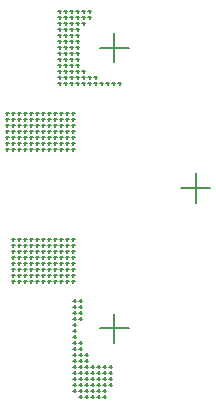
<source format=gbr>
G04 Layer_Color=128*
%FSLAX25Y25*%
%MOIN*%
%TF.FileFunction,Drillmap*%
%TF.Part,Single*%
G01*
G75*
%ADD22C,0.00500*%
D22*
X361762Y440497D02*
X371604D01*
X366683Y435576D02*
Y445418D01*
X361762Y346905D02*
X371604D01*
X366683Y341984D02*
Y351826D01*
X388779Y393701D02*
X398622D01*
X393701Y388779D02*
Y398622D01*
X352500Y412500D02*
X353500D01*
X353000Y412000D02*
Y413000D01*
X350500Y412500D02*
X351500D01*
X351000Y412000D02*
Y413000D01*
X348500Y412500D02*
X349500D01*
X349000Y412000D02*
Y413000D01*
X346500Y412500D02*
X347500D01*
X347000Y412000D02*
Y413000D01*
X344500Y412500D02*
X345500D01*
X345000Y412000D02*
Y413000D01*
X342500Y412500D02*
X343500D01*
X343000Y412000D02*
Y413000D01*
X340500Y412500D02*
X341500D01*
X341000Y412000D02*
Y413000D01*
X338500Y412500D02*
X339500D01*
X339000Y412000D02*
Y413000D01*
X338500Y414500D02*
X339500D01*
X339000Y414000D02*
Y415000D01*
X340500Y414500D02*
X341500D01*
X341000Y414000D02*
Y415000D01*
X342500Y414500D02*
X343500D01*
X343000Y414000D02*
Y415000D01*
X344500Y414500D02*
X345500D01*
X345000Y414000D02*
Y415000D01*
X346500Y414500D02*
X347500D01*
X347000Y414000D02*
Y415000D01*
X348500Y414500D02*
X349500D01*
X349000Y414000D02*
Y415000D01*
X350500Y414500D02*
X351500D01*
X351000Y414000D02*
Y415000D01*
X352500Y414500D02*
X353500D01*
X353000Y414000D02*
Y415000D01*
X352500Y416500D02*
X353500D01*
X353000Y416000D02*
Y417000D01*
X350500Y416500D02*
X351500D01*
X351000Y416000D02*
Y417000D01*
X348500Y416500D02*
X349500D01*
X349000Y416000D02*
Y417000D01*
X346500Y416500D02*
X347500D01*
X347000Y416000D02*
Y417000D01*
X344500Y416500D02*
X345500D01*
X345000Y416000D02*
Y417000D01*
X342500Y416500D02*
X343500D01*
X343000Y416000D02*
Y417000D01*
X340500Y416500D02*
X341500D01*
X341000Y416000D02*
Y417000D01*
X338500Y416500D02*
X339500D01*
X339000Y416000D02*
Y417000D01*
X338500Y418500D02*
X339500D01*
X339000Y418000D02*
Y419000D01*
X340500Y418500D02*
X341500D01*
X341000Y418000D02*
Y419000D01*
X342500Y418500D02*
X343500D01*
X343000Y418000D02*
Y419000D01*
X344500Y418500D02*
X345500D01*
X345000Y418000D02*
Y419000D01*
X346500Y418500D02*
X347500D01*
X347000Y418000D02*
Y419000D01*
X348500Y418500D02*
X349500D01*
X349000Y418000D02*
Y419000D01*
X350500Y418500D02*
X351500D01*
X351000Y418000D02*
Y419000D01*
X352500Y418500D02*
X353500D01*
X353000Y418000D02*
Y419000D01*
X352500Y410500D02*
X353500D01*
X353000Y410000D02*
Y411000D01*
X350500Y410500D02*
X351500D01*
X351000Y410000D02*
Y411000D01*
X348500Y410500D02*
X349500D01*
X349000Y410000D02*
Y411000D01*
X346500Y410500D02*
X347500D01*
X347000Y410000D02*
Y411000D01*
X344500Y410500D02*
X345500D01*
X345000Y410000D02*
Y411000D01*
X342500Y410500D02*
X343500D01*
X343000Y410000D02*
Y411000D01*
X340500Y410500D02*
X341500D01*
X341000Y410000D02*
Y411000D01*
X338500Y410500D02*
X339500D01*
X339000Y410000D02*
Y411000D01*
X336500Y410500D02*
X337500D01*
X337000Y410000D02*
Y411000D01*
X336500Y412500D02*
X337500D01*
X337000Y412000D02*
Y413000D01*
X336500Y414500D02*
X337500D01*
X337000Y414000D02*
Y415000D01*
X336500Y416500D02*
X337500D01*
X337000Y416000D02*
Y417000D01*
X336500Y418500D02*
X337500D01*
X337000Y418000D02*
Y419000D01*
X334500Y418500D02*
X335500D01*
X335000Y418000D02*
Y419000D01*
X334500Y416500D02*
X335500D01*
X335000Y416000D02*
Y417000D01*
X334500Y414500D02*
X335500D01*
X335000Y414000D02*
Y415000D01*
X334500Y412500D02*
X335500D01*
X335000Y412000D02*
Y413000D01*
X334500Y410500D02*
X335500D01*
X335000Y410000D02*
Y411000D01*
X332500Y410500D02*
X333500D01*
X333000Y410000D02*
Y411000D01*
X332500Y412500D02*
X333500D01*
X333000Y412000D02*
Y413000D01*
X332500Y414500D02*
X333500D01*
X333000Y414000D02*
Y415000D01*
X332500Y416500D02*
X333500D01*
X333000Y416000D02*
Y417000D01*
X332500Y418500D02*
X333500D01*
X333000Y418000D02*
Y419000D01*
X330500Y418500D02*
X331500D01*
X331000Y418000D02*
Y419000D01*
X330500Y416500D02*
X331500D01*
X331000Y416000D02*
Y417000D01*
X330500Y414500D02*
X331500D01*
X331000Y414000D02*
Y415000D01*
X330500Y412500D02*
X331500D01*
X331000Y412000D02*
Y413000D01*
X330500Y410500D02*
X331500D01*
X331000Y410000D02*
Y411000D01*
X342500Y408500D02*
X343500D01*
X343000Y408000D02*
Y409000D01*
X344500Y408500D02*
X345500D01*
X345000Y408000D02*
Y409000D01*
X340500Y408500D02*
X341500D01*
X341000Y408000D02*
Y409000D01*
X346500Y408500D02*
X347500D01*
X347000Y408000D02*
Y409000D01*
X348500Y408500D02*
X349500D01*
X349000Y408000D02*
Y409000D01*
X350500Y408500D02*
X351500D01*
X351000Y408000D02*
Y409000D01*
X352500Y408500D02*
X353500D01*
X353000Y408000D02*
Y409000D01*
X338500Y408500D02*
X339500D01*
X339000Y408000D02*
Y409000D01*
X336500Y408500D02*
X337500D01*
X337000Y408000D02*
Y409000D01*
X334500Y408500D02*
X335500D01*
X335000Y408000D02*
Y409000D01*
X332500Y408500D02*
X333500D01*
X333000Y408000D02*
Y409000D01*
X330500Y408500D02*
X331500D01*
X331000Y408000D02*
Y409000D01*
X330500Y406500D02*
X331500D01*
X331000Y406000D02*
Y407000D01*
X332500Y406500D02*
X333500D01*
X333000Y406000D02*
Y407000D01*
X334500Y406500D02*
X335500D01*
X335000Y406000D02*
Y407000D01*
X336500Y406500D02*
X337500D01*
X337000Y406000D02*
Y407000D01*
X338500Y406500D02*
X339500D01*
X339000Y406000D02*
Y407000D01*
X340500Y406500D02*
X341500D01*
X341000Y406000D02*
Y407000D01*
X342500Y406500D02*
X343500D01*
X343000Y406000D02*
Y407000D01*
X344500Y406500D02*
X345500D01*
X345000Y406000D02*
Y407000D01*
X346500Y406500D02*
X347500D01*
X347000Y406000D02*
Y407000D01*
X348500Y406500D02*
X349500D01*
X349000Y406000D02*
Y407000D01*
X350500Y406500D02*
X351500D01*
X351000Y406000D02*
Y407000D01*
X352500Y406500D02*
X353500D01*
X353000Y406000D02*
Y407000D01*
X364000Y428500D02*
X365000D01*
X364500Y428000D02*
Y429000D01*
X362000Y428500D02*
X363000D01*
X362500Y428000D02*
Y429000D01*
X360000Y428500D02*
X361000D01*
X360500Y428000D02*
Y429000D01*
X358000Y428500D02*
X359000D01*
X358500Y428000D02*
Y429000D01*
X358000Y430500D02*
X359000D01*
X358500Y430000D02*
Y431000D01*
X360000Y430500D02*
X361000D01*
X360500Y430000D02*
Y431000D01*
X366000Y428500D02*
X367000D01*
X366500Y428000D02*
Y429000D01*
X368000Y428500D02*
X369000D01*
X368500Y428000D02*
Y429000D01*
X356000Y430500D02*
X357000D01*
X356500Y430000D02*
Y431000D01*
X356000Y428500D02*
X357000D01*
X356500Y428000D02*
Y429000D01*
X356000Y432500D02*
X357000D01*
X356500Y432000D02*
Y433000D01*
X354000Y432500D02*
X355000D01*
X354500Y432000D02*
Y433000D01*
X354000Y430500D02*
X355000D01*
X354500Y430000D02*
Y431000D01*
X354000Y428500D02*
X355000D01*
X354500Y428000D02*
Y429000D01*
X354000Y434500D02*
X355000D01*
X354500Y434000D02*
Y435000D01*
X354000Y436500D02*
X355000D01*
X354500Y436000D02*
Y437000D01*
X354000Y438500D02*
X355000D01*
X354500Y438000D02*
Y439000D01*
X354000Y440500D02*
X355000D01*
X354500Y440000D02*
Y441000D01*
X354000Y442500D02*
X355000D01*
X354500Y442000D02*
Y443000D01*
X354000Y444500D02*
X355000D01*
X354500Y444000D02*
Y445000D01*
X354000Y446500D02*
X355000D01*
X354500Y446000D02*
Y447000D01*
X354000Y448500D02*
X355000D01*
X354500Y448000D02*
Y449000D01*
X356000Y448500D02*
X357000D01*
X356500Y448000D02*
Y449000D01*
X356000Y450500D02*
X357000D01*
X356500Y450000D02*
Y451000D01*
X354000Y450500D02*
X355000D01*
X354500Y450000D02*
Y451000D01*
X354000Y452500D02*
X355000D01*
X354500Y452000D02*
Y453000D01*
X356000Y452500D02*
X357000D01*
X356500Y452000D02*
Y453000D01*
X358000Y450500D02*
X359000D01*
X358500Y450000D02*
Y451000D01*
X358000Y452500D02*
X359000D01*
X358500Y452000D02*
Y453000D01*
X352000Y452500D02*
X353000D01*
X352500Y452000D02*
Y453000D01*
X352000Y450500D02*
X353000D01*
X352500Y450000D02*
Y451000D01*
X352000Y448500D02*
X353000D01*
X352500Y448000D02*
Y449000D01*
X352000Y446500D02*
X353000D01*
X352500Y446000D02*
Y447000D01*
X352000Y444500D02*
X353000D01*
X352500Y444000D02*
Y445000D01*
X352000Y442500D02*
X353000D01*
X352500Y442000D02*
Y443000D01*
X352000Y440500D02*
X353000D01*
X352500Y440000D02*
Y441000D01*
X352000Y438500D02*
X353000D01*
X352500Y438000D02*
Y439000D01*
X352000Y436500D02*
X353000D01*
X352500Y436000D02*
Y437000D01*
X352000Y434500D02*
X353000D01*
X352500Y434000D02*
Y435000D01*
X352000Y432500D02*
X353000D01*
X352500Y432000D02*
Y433000D01*
X352000Y430500D02*
X353000D01*
X352500Y430000D02*
Y431000D01*
X352000Y428500D02*
X353000D01*
X352500Y428000D02*
Y429000D01*
X350000Y428500D02*
X351000D01*
X350500Y428000D02*
Y429000D01*
X350000Y430500D02*
X351000D01*
X350500Y430000D02*
Y431000D01*
X350000Y432500D02*
X351000D01*
X350500Y432000D02*
Y433000D01*
X350000Y434500D02*
X351000D01*
X350500Y434000D02*
Y435000D01*
X350000Y436500D02*
X351000D01*
X350500Y436000D02*
Y437000D01*
X350000Y438500D02*
X351000D01*
X350500Y438000D02*
Y439000D01*
X350000Y440500D02*
X351000D01*
X350500Y440000D02*
Y441000D01*
X350000Y442500D02*
X351000D01*
X350500Y442000D02*
Y443000D01*
X350000Y444500D02*
X351000D01*
X350500Y444000D02*
Y445000D01*
X350000Y446500D02*
X351000D01*
X350500Y446000D02*
Y447000D01*
X350000Y448500D02*
X351000D01*
X350500Y448000D02*
Y449000D01*
X350000Y450500D02*
X351000D01*
X350500Y450000D02*
Y451000D01*
X350000Y452500D02*
X351000D01*
X350500Y452000D02*
Y453000D01*
X348000Y452500D02*
X349000D01*
X348500Y452000D02*
Y453000D01*
X348000Y450500D02*
X349000D01*
X348500Y450000D02*
Y451000D01*
X348000Y448500D02*
X349000D01*
X348500Y448000D02*
Y449000D01*
X348000Y446500D02*
X349000D01*
X348500Y446000D02*
Y447000D01*
X348000Y444500D02*
X349000D01*
X348500Y444000D02*
Y445000D01*
X348000Y442500D02*
X349000D01*
X348500Y442000D02*
Y443000D01*
X348000Y440500D02*
X349000D01*
X348500Y440000D02*
Y441000D01*
X348000Y438500D02*
X349000D01*
X348500Y438000D02*
Y439000D01*
X348000Y436500D02*
X349000D01*
X348500Y436000D02*
Y437000D01*
X348000Y434500D02*
X349000D01*
X348500Y434000D02*
Y435000D01*
X348000Y432500D02*
X349000D01*
X348500Y432000D02*
Y433000D01*
X348000Y430500D02*
X349000D01*
X348500Y430000D02*
Y431000D01*
X348000Y428500D02*
X349000D01*
X348500Y428000D02*
Y429000D01*
X355000Y356000D02*
X356000D01*
X355500Y355500D02*
Y356500D01*
X353000Y356000D02*
X354000D01*
X353500Y355500D02*
Y356500D01*
X355000Y354000D02*
X356000D01*
X355500Y353500D02*
Y354500D01*
X353000Y354000D02*
X354000D01*
X353500Y353500D02*
Y354500D01*
X355000Y352000D02*
X356000D01*
X355500Y351500D02*
Y352500D01*
X353000Y352000D02*
X354000D01*
X353500Y351500D02*
Y352500D01*
X355000Y350000D02*
X356000D01*
X355500Y349500D02*
Y350500D01*
X353000Y350000D02*
X354000D01*
X353500Y349500D02*
Y350500D01*
X353000Y348000D02*
X354000D01*
X353500Y347500D02*
Y348500D01*
X353000Y346000D02*
X354000D01*
X353500Y345500D02*
Y346500D01*
X353000Y344000D02*
X354000D01*
X353500Y343500D02*
Y344500D01*
X353000Y342000D02*
X354000D01*
X353500Y341500D02*
Y342500D01*
X355000Y342000D02*
X356000D01*
X355500Y341500D02*
Y342500D01*
X355000Y340000D02*
X356000D01*
X355500Y339500D02*
Y340500D01*
X353000Y340000D02*
X354000D01*
X353500Y339500D02*
Y340500D01*
X353000Y338000D02*
X354000D01*
X353500Y337500D02*
Y338500D01*
X355000Y338000D02*
X356000D01*
X355500Y337500D02*
Y338500D01*
X357000Y338000D02*
X358000D01*
X357500Y337500D02*
Y338500D01*
X357000Y336000D02*
X358000D01*
X357500Y335500D02*
Y336500D01*
X355000Y336000D02*
X356000D01*
X355500Y335500D02*
Y336500D01*
X353000Y336000D02*
X354000D01*
X353500Y335500D02*
Y336500D01*
X353000Y334000D02*
X354000D01*
X353500Y333500D02*
Y334500D01*
X355000Y334000D02*
X356000D01*
X355500Y333500D02*
Y334500D01*
X357000Y334000D02*
X358000D01*
X357500Y333500D02*
Y334500D01*
X357000Y332000D02*
X358000D01*
X357500Y331500D02*
Y332500D01*
X353000Y332000D02*
X354000D01*
X353500Y331500D02*
Y332500D01*
X355000Y332000D02*
X356000D01*
X355500Y331500D02*
Y332500D01*
X353000Y330000D02*
X354000D01*
X353500Y329500D02*
Y330500D01*
X355000Y330000D02*
X356000D01*
X355500Y329500D02*
Y330500D01*
X357000Y330000D02*
X358000D01*
X357500Y329500D02*
Y330500D01*
X359000Y330000D02*
X360000D01*
X359500Y329500D02*
Y330500D01*
X359000Y332000D02*
X360000D01*
X359500Y331500D02*
Y332500D01*
X359000Y334000D02*
X360000D01*
X359500Y333500D02*
Y334500D01*
X361000Y334000D02*
X362000D01*
X361500Y333500D02*
Y334500D01*
X361000Y332000D02*
X362000D01*
X361500Y331500D02*
Y332500D01*
X361000Y330000D02*
X362000D01*
X361500Y329500D02*
Y330500D01*
X363000Y330000D02*
X364000D01*
X363500Y329500D02*
Y330500D01*
X363000Y332000D02*
X364000D01*
X363500Y331500D02*
Y332500D01*
X363000Y334000D02*
X364000D01*
X363500Y333500D02*
Y334500D01*
X365000Y334000D02*
X366000D01*
X365500Y333500D02*
Y334500D01*
X365000Y332000D02*
X366000D01*
X365500Y331500D02*
Y332500D01*
X365000Y330000D02*
X366000D01*
X365500Y329500D02*
Y330500D01*
X365000Y328000D02*
X366000D01*
X365500Y327500D02*
Y328500D01*
X363000Y328000D02*
X364000D01*
X363500Y327500D02*
Y328500D01*
X361000Y328000D02*
X362000D01*
X361500Y327500D02*
Y328500D01*
X359000Y328000D02*
X360000D01*
X359500Y327500D02*
Y328500D01*
X357000Y328000D02*
X358000D01*
X357500Y327500D02*
Y328500D01*
X355000Y328000D02*
X356000D01*
X355500Y327500D02*
Y328500D01*
X353000Y328000D02*
X354000D01*
X353500Y327500D02*
Y328500D01*
X363000Y326000D02*
X364000D01*
X363500Y325500D02*
Y326500D01*
X361000Y326000D02*
X362000D01*
X361500Y325500D02*
Y326500D01*
X359000Y326000D02*
X360000D01*
X359500Y325500D02*
Y326500D01*
X357000Y326000D02*
X358000D01*
X357500Y325500D02*
Y326500D01*
X355000Y326000D02*
X356000D01*
X355500Y325500D02*
Y326500D01*
X353000Y326000D02*
X354000D01*
X353500Y325500D02*
Y326500D01*
X363000Y324000D02*
X364000D01*
X363500Y323500D02*
Y324500D01*
X361000Y324000D02*
X362000D01*
X361500Y323500D02*
Y324500D01*
X359000Y324000D02*
X360000D01*
X359500Y323500D02*
Y324500D01*
X357000Y324000D02*
X358000D01*
X357500Y323500D02*
Y324500D01*
X355000Y324000D02*
X356000D01*
X355500Y323500D02*
Y324500D01*
X352500Y376500D02*
X353500D01*
X353000Y376000D02*
Y377000D01*
X350500Y376500D02*
X351500D01*
X351000Y376000D02*
Y377000D01*
X348500Y376500D02*
X349500D01*
X349000Y376000D02*
Y377000D01*
X352500Y374500D02*
X353500D01*
X353000Y374000D02*
Y375000D01*
X350500Y374500D02*
X351500D01*
X351000Y374000D02*
Y375000D01*
X348500Y374500D02*
X349500D01*
X349000Y374000D02*
Y375000D01*
X346500Y376500D02*
X347500D01*
X347000Y376000D02*
Y377000D01*
X346500Y374500D02*
X347500D01*
X347000Y374000D02*
Y375000D01*
X344500Y374500D02*
X345500D01*
X345000Y374000D02*
Y375000D01*
X344500Y376500D02*
X345500D01*
X345000Y376000D02*
Y377000D01*
X342500Y376500D02*
X343500D01*
X343000Y376000D02*
Y377000D01*
X342500Y374500D02*
X343500D01*
X343000Y374000D02*
Y375000D01*
X340500Y376500D02*
X341500D01*
X341000Y376000D02*
Y377000D01*
X340500Y374500D02*
X341500D01*
X341000Y374000D02*
Y375000D01*
X338500Y374500D02*
X339500D01*
X339000Y374000D02*
Y375000D01*
X338500Y376500D02*
X339500D01*
X339000Y376000D02*
Y377000D01*
X336500Y376500D02*
X337500D01*
X337000Y376000D02*
Y377000D01*
X336500Y374500D02*
X337500D01*
X337000Y374000D02*
Y375000D01*
X334500Y374500D02*
X335500D01*
X335000Y374000D02*
Y375000D01*
X334500Y376500D02*
X335500D01*
X335000Y376000D02*
Y377000D01*
X332500Y376500D02*
X333500D01*
X333000Y376000D02*
Y377000D01*
X332500Y374500D02*
X333500D01*
X333000Y374000D02*
Y375000D01*
X332500Y372500D02*
X333500D01*
X333000Y372000D02*
Y373000D01*
X334500Y372500D02*
X335500D01*
X335000Y372000D02*
Y373000D01*
X336500Y372500D02*
X337500D01*
X337000Y372000D02*
Y373000D01*
X338500Y372500D02*
X339500D01*
X339000Y372000D02*
Y373000D01*
X340500Y372500D02*
X341500D01*
X341000Y372000D02*
Y373000D01*
X342500Y372500D02*
X343500D01*
X343000Y372000D02*
Y373000D01*
X344500Y372500D02*
X345500D01*
X345000Y372000D02*
Y373000D01*
X346500Y372500D02*
X347500D01*
X347000Y372000D02*
Y373000D01*
X348500Y372500D02*
X349500D01*
X349000Y372000D02*
Y373000D01*
X350500Y372500D02*
X351500D01*
X351000Y372000D02*
Y373000D01*
X352500Y372500D02*
X353500D01*
X353000Y372000D02*
Y373000D01*
X352500Y370500D02*
X353500D01*
X353000Y370000D02*
Y371000D01*
X350500Y370500D02*
X351500D01*
X351000Y370000D02*
Y371000D01*
X348500Y370500D02*
X349500D01*
X349000Y370000D02*
Y371000D01*
X346500Y370500D02*
X347500D01*
X347000Y370000D02*
Y371000D01*
X344500Y370500D02*
X345500D01*
X345000Y370000D02*
Y371000D01*
X342500Y370500D02*
X343500D01*
X343000Y370000D02*
Y371000D01*
X340500Y370500D02*
X341500D01*
X341000Y370000D02*
Y371000D01*
X338500Y370500D02*
X339500D01*
X339000Y370000D02*
Y371000D01*
X336500Y370500D02*
X337500D01*
X337000Y370000D02*
Y371000D01*
X334500Y370500D02*
X335500D01*
X335000Y370000D02*
Y371000D01*
X332500Y370500D02*
X333500D01*
X333000Y370000D02*
Y371000D01*
X332500Y368500D02*
X333500D01*
X333000Y368000D02*
Y369000D01*
X334500Y368500D02*
X335500D01*
X335000Y368000D02*
Y369000D01*
X336500Y368500D02*
X337500D01*
X337000Y368000D02*
Y369000D01*
X336500Y368500D02*
X337500D01*
X337000Y368000D02*
Y369000D01*
X338500Y368500D02*
X339500D01*
X339000Y368000D02*
Y369000D01*
X340500Y368500D02*
X341500D01*
X341000Y368000D02*
Y369000D01*
X342500Y368500D02*
X343500D01*
X343000Y368000D02*
Y369000D01*
X344500Y368500D02*
X345500D01*
X345000Y368000D02*
Y369000D01*
X346500Y368500D02*
X347500D01*
X347000Y368000D02*
Y369000D01*
X348500Y368500D02*
X349500D01*
X349000Y368000D02*
Y369000D01*
X350500Y368500D02*
X351500D01*
X351000Y368000D02*
Y369000D01*
X352500Y368500D02*
X353500D01*
X353000Y368000D02*
Y369000D01*
X352500Y366500D02*
X353500D01*
X353000Y366000D02*
Y367000D01*
X350500Y366500D02*
X351500D01*
X351000Y366000D02*
Y367000D01*
X348500Y366500D02*
X349500D01*
X349000Y366000D02*
Y367000D01*
X346500Y366500D02*
X347500D01*
X347000Y366000D02*
Y367000D01*
X344500Y366500D02*
X345500D01*
X345000Y366000D02*
Y367000D01*
X342500Y366500D02*
X343500D01*
X343000Y366000D02*
Y367000D01*
X340500Y366500D02*
X341500D01*
X341000Y366000D02*
Y367000D01*
X338500Y366500D02*
X339500D01*
X339000Y366000D02*
Y367000D01*
X336500Y366500D02*
X337500D01*
X337000Y366000D02*
Y367000D01*
X334500Y366500D02*
X335500D01*
X335000Y366000D02*
Y367000D01*
X332500Y366500D02*
X333500D01*
X333000Y366000D02*
Y367000D01*
X332500Y364500D02*
X333500D01*
X333000Y364000D02*
Y365000D01*
X334500Y364500D02*
X335500D01*
X335000Y364000D02*
Y365000D01*
X336500Y364500D02*
X337500D01*
X337000Y364000D02*
Y365000D01*
X338500Y364500D02*
X339500D01*
X339000Y364000D02*
Y365000D01*
X340500Y364500D02*
X341500D01*
X341000Y364000D02*
Y365000D01*
X342500Y364500D02*
X343500D01*
X343000Y364000D02*
Y365000D01*
X344500Y364500D02*
X345500D01*
X345000Y364000D02*
Y365000D01*
X346500Y364500D02*
X347500D01*
X347000Y364000D02*
Y365000D01*
X348500Y364500D02*
X349500D01*
X349000Y364000D02*
Y365000D01*
X350500Y364500D02*
X351500D01*
X351000Y364000D02*
Y365000D01*
X352500Y364500D02*
X353500D01*
X353000Y364000D02*
Y365000D01*
X352500Y362500D02*
X353500D01*
X353000Y362000D02*
Y363000D01*
X350500Y362500D02*
X351500D01*
X351000Y362000D02*
Y363000D01*
X348500Y362500D02*
X349500D01*
X349000Y362000D02*
Y363000D01*
X346500Y362500D02*
X347500D01*
X347000Y362000D02*
Y363000D01*
X344500Y362500D02*
X345500D01*
X345000Y362000D02*
Y363000D01*
X342500Y362500D02*
X343500D01*
X343000Y362000D02*
Y363000D01*
X340500Y362500D02*
X341500D01*
X341000Y362000D02*
Y363000D01*
X338500Y362500D02*
X339500D01*
X339000Y362000D02*
Y363000D01*
X336500Y362500D02*
X337500D01*
X337000Y362000D02*
Y363000D01*
X334500Y362500D02*
X335500D01*
X335000Y362000D02*
Y363000D01*
X332500Y362500D02*
X333500D01*
X333000Y362000D02*
Y363000D01*
%TF.MD5,E71275D84B1C40E8C3AC8B8D460A4E3B*%
M02*

</source>
